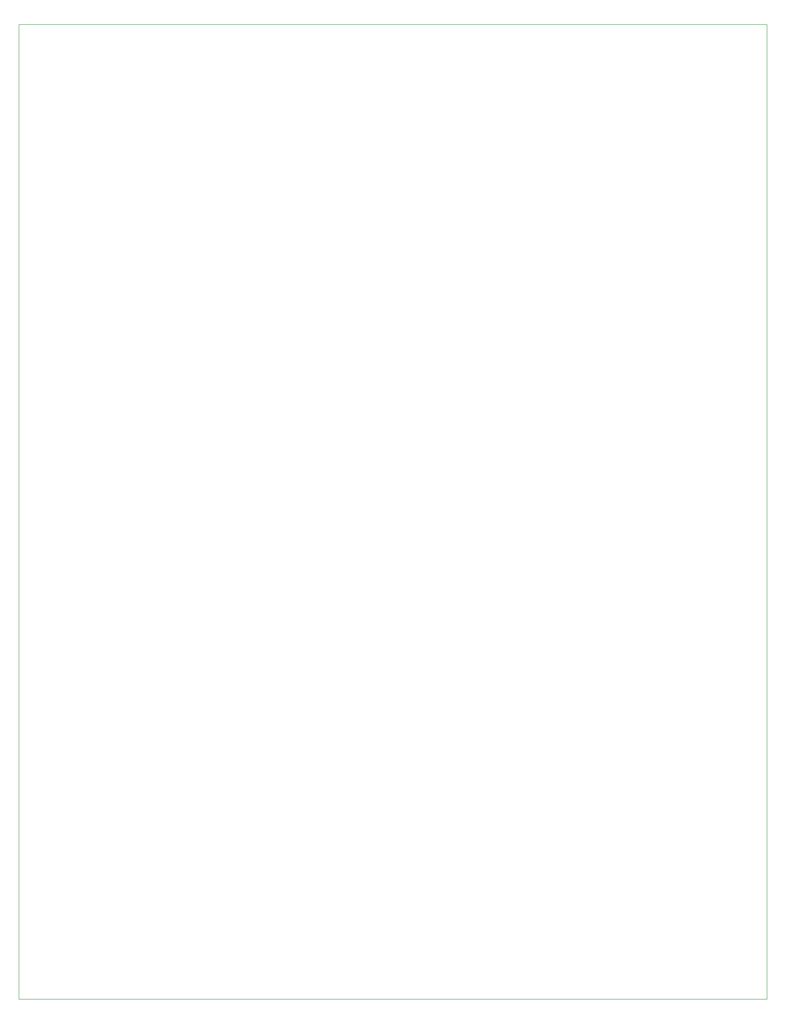
<source format=gbo>
G04 MADE WITH FRITZING*
G04 WWW.FRITZING.ORG*
G04 DOUBLE SIDED*
G04 HOLES PLATED*
G04 CONTOUR ON CENTER OF CONTOUR VECTOR*
%ASAXBY*%
%FSLAX23Y23*%
%MOIN*%
%OFA0B0*%
%SFA1.0B1.0*%
%ADD10R,11.304800X14.713200X11.288800X14.697200*%
%ADD11C,0.008000*%
%LNSILK0*%
G90*
G70*
G54D11*
X4Y14709D02*
X11301Y14709D01*
X11301Y4D01*
X4Y4D01*
X4Y14709D01*
D02*
G04 End of Silk0*
M02*
</source>
